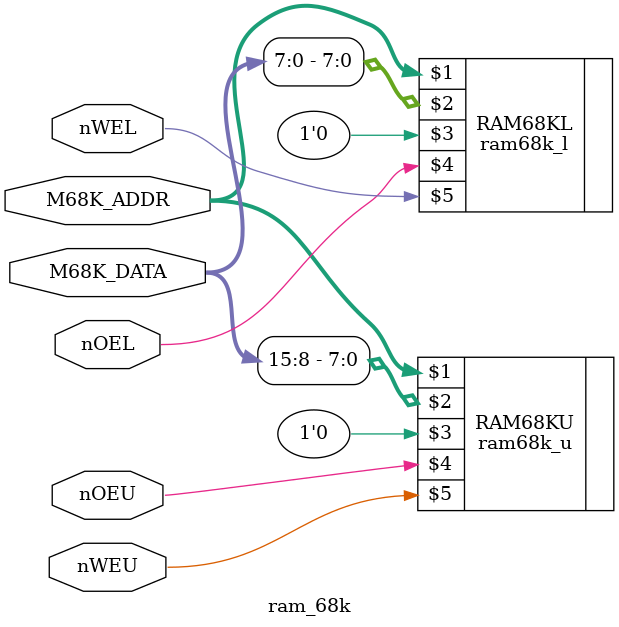
<source format=v>

`timescale 1ns/1ns


module ram_68k(
	input [15:1] M68K_ADDR,
	inout [15:0] M68K_DATA,
	input nWEL,
	input nWEU,
	input nOEL,
	input nOEU
);

	ram68k_l RAM68KL(M68K_ADDR, M68K_DATA[7:0], 1'b0, nOEL, nWEL);
	ram68k_u RAM68KU(M68K_ADDR, M68K_DATA[15:8], 1'b0, nOEU, nWEU);

endmodule

</source>
